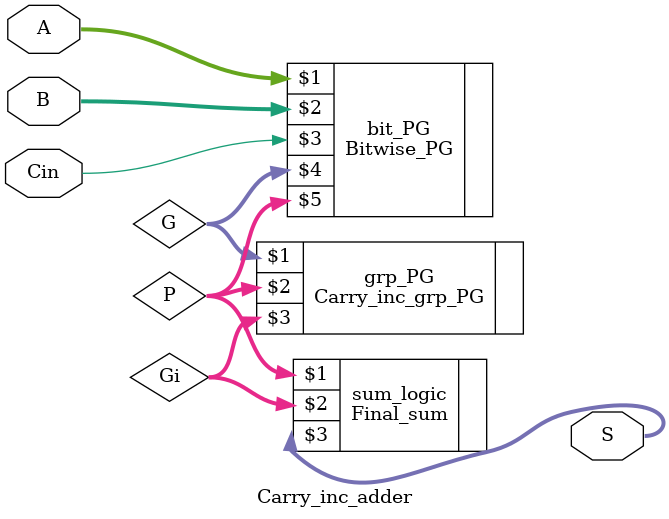
<source format=v>
`timescale 1ns / 1ps
module Carry_inc_adder #(parameter WIDTH = 16, VALENCY = 2, GROUP = 4) (
    input [WIDTH:1] A,
    input [WIDTH:1] B,
    input Cin,
    output [WIDTH:1] S
    );
    wire [WIDTH:0] G, P, Gi;
    
    Bitwise_PG #(WIDTH) bit_PG(A, B, Cin, G, P);
    
    Carry_inc_grp_PG #(WIDTH, VALENCY, GROUP) grp_PG(G, P, Gi);
    
    Final_sum #(WIDTH) sum_logic(P, Gi, S);
endmodule

</source>
